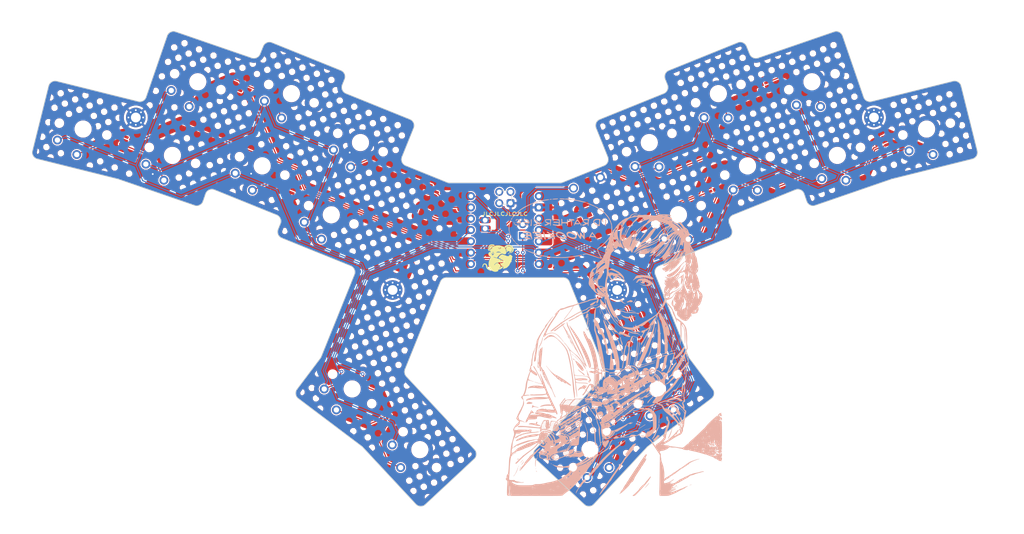
<source format=kicad_pcb>
(kicad_pcb (version 20221018) (generator pcbnew)
  (layers (0 "F.Cu" signal) (31 "B.Cu" signal) (34 "B.Paste" user) (35 "F.Paste" user) (36 "B.SilkS" user "B.Silkscreen") (37 "F.SilkS" user "F.Silkscreen") (38 "B.Mask" user) (39 "F.Mask" user) (44 "Edge.Cuts" user))
  (net 0 "")
  (net 1 "c1")
  (net 2 "Net-(D1-A1)")
  (net 3 "c2")
  (net 4 "Net-(D1-A2)")
  (net 5 "Net-(D2-A1)")
  (net 6 "c3")
  (net 7 "Net-(D2-A2)")
  (net 8 "Net-(D3-A1)")
  (net 9 "c4")
  (net 10 "Net-(D3-A2)")
  (net 11 "Net-(D4-A1)")
  (net 12 "Net-(D4-A2)")
  (net 13 "Net-(D5-A1)")
  (net 14 "Net-(D5-A2)")
  (net 15 "Net-(D6-A1)")
  (net 16 "Net-(D6-A2)")
  (net 17 "Net-(D7-A1)")
  (net 18 "Net-(D7-A2)")
  (net 19 "Net-(D8-A1)")
  (net 20 "Net-(D8-A2)")
  (net 21 "Net-(D9-A1)")
  (net 22 "Net-(D9-A2)")
  (net 23 "r1")
  (net 24 "r5")
  (net 25 "r2")
  (net 26 "r3")
  (net 27 "r4")
  (net 28 "bat+_direct")
  (net 29 "gnd")
  (net 30 "bat+")
  (net 31 "buzz_L")
  (net 32 "buzz_R")
  (net 38 "rst")
  (footprint "BeiBob:MountingHole_2.2mm_M2_Pad_Via_nosilk" (layer "F.Cu") (at 68.218875 59.091983)
    (fp_text reference "H1" hide)
    (fp_text value "MountingHole_Pad")
  )
  (footprint "Connector_JST:JST_GH_SM02B-GHS-TB_1x02-1MP_P1.25mm_Horizontal" (layer "F.Cu") (at 179.797062 106.425732 -158)
    (fp_text reference "J1" hide)
    (fp_text value "Conn_01x02_Pin")
  )
  (footprint "BeiBob:apfel_SOT-23_silkless" (layer "F.Cu") (at 197.860188 75.454558 -158)
    (fp_text reference "D6" hide)
    (fp_text value "BAV70_Small")
  )
  (footprint "apfellib:Xiao_nRF52840_ACH_nosilk_cutout" (layer "F.Cu") (at 151.114258 84.367631)
    (fp_text reference "U1" hide)
    (fp_text value "Seeeduino Xiao nRF52840")
    (fp_poly (pts (arc (start -2.032 -2.0955) (mid -2.143592 -2.364908) (end -2.413 -2.4765)) (arc (start -4.0132 -2.4765) (mid -4.095391 -1.872891) (end -4.699 -1.7907)) (arc (start -4.699 -0.7493) (mid -4.095391 -0.667109) (end -4.0132 -0.0635)) (arc (start -2.413 -0.0635) (mid -2.143592 -0.175092) (end -2.032 -0.4445))) (stroke (width 0.12)) (fill none) (layer "Edge.Cuts"))
    (fp_poly (pts (arc (start 0.8382 -8.8265) (mid 0.920393 -8.222893) (end 1.524 -8.1407)) (arc (start 1.524 -6.4643) (mid 0.920391 -6.382109) (end 0.8382 -5.7785)) (arc (start -0.8382 -5.7785) (mid -0.920391 -6.382109) (end -1.524 -6.4643)) (arc (start -1.524 -8.1407) (mid -0.920391 -8.222891) (end -0.8382 -8.8265))) (stroke (width 0.12)) (fill none) (layer "Edge.Cuts"))
  )
  (footprint "PCM_marbastlib-choc:SW_choc_v1_1u" (layer "F.Cu") (at 103.166553 53.736305 -22)
    (fp_text reference "CH2" hide)
    (fp_text value "choc_SW_solder")
  )
  (footprint "PCM_marbastlib-choc:SW_choc_v1_1u" (layer "F.Cu") (at 185.411015 120.054043 37)
    (fp_text reference "CH18" hide)
    (fp_text value "choc_SW_solder")
  )
  (footprint "PCM_marbastlib-choc:SW_choc_v1_1u" (layer "F.Cu") (at 205.617574 69.962025 22)
    (fp_text reference "CH12" hide)
    (fp_text value "choc_SW_solder")
  )
  (footprint "BeiBob:apfel_SOT-23_silkless" (layer "F.Cu") (at 124.418785 126.874281 48)
    (fp_text reference "D8" hide)
    (fp_text value "BAV70_Small")
  )
  (footprint "PCM_marbastlib-choc:SW_choc_v1_1u" (layer "F.Cu") (at 225.784516 67.608125 19)
    (fp_text reference "CH13" hide)
    (fp_text value "choc_SW_solder")
  )
  (footprint "PCM_marbastlib-choc:SW_choc_v1_1u" (layer "F.Cu") (at 112.124934 80.948677 -22)
    (fp_text reference "CH10" hide)
    (fp_text value "choc_SW_solder")
  )
  (footprint "BeiBob:apfel_SOT-23_silkless" (layer "F.Cu") (at 92.653046 52.408109 -22)
    (fp_text reference "D1" hide)
    (fp_text value "BAV70_Small")
  )
  (footprint "PCM_marbastlib-choc:SW_choc_v1_1u" (layer "F.Cu") (at 116.817499 120.054043 -37)
    (fp_text reference "CH15" hide)
    (fp_text value "choc_SW_solder")
  )
  (footprint "BeiBob:apfel_SOT-23_silkless" (layer "F.Cu") (at 134.707709 75.431428 -22)
    (fp_text reference "D2" hide)
    (fp_text value "BAV70_Small")
  )
  (footprint "BeiBob:MountingHole_2.2mm_M2_Pad_Via_nosilk" (layer "F.Cu") (at 125.900613 97.83914)
    (fp_text reference "H3" hide)
    (fp_text value "MountingHole_Pad")
  )
  (footprint "PCM_marbastlib-choc:SW_choc_v1_1u" (layer "F.Cu") (at 183.547965 64.72296 22)
    (fp_text reference "CH4" hide)
    (fp_text value "choc_SW_solder")
  )
  (footprint "PCM_marbastlib-choc:SW_choc_v1_1u" (layer "F.Cu") (at 199.061958 53.736305 22)
    (fp_text reference "CH5" hide)
    (fp_text value "choc_SW_solder")
  )
  (footprint "Buzzer_Beeper:Buzzer_Mallory_AST1109MLTRQ" (layer "F.Cu") (at 171.826259 86.697632 -68)
    (fp_text reference "BZ2" hide)
    (fp_text value "Buzzer")
  )
  (footprint "PCM_marbastlib-choc:SW_choc_v1_1u" (layer "F.Cu") (at 76.444001 67.608121 -19)
    (fp_text reference "CH8" hide)
    (fp_text value "choc_SW_solder")
  )
  (footprint "Buzzer_Beeper:Buzzer_Mallory_AST1109MLTRQ" (layer "F.Cu") (at 130.402087 86.698051 -112)
    (fp_text reference "BZ1" hide)
    (fp_text value "Buzzer")
  )
  (footprint "BeiBob:SW_ResetSW" (layer "F.Cu") (at 169.547238 73.746463 -158)
    (fp_text reference "SW_RST1" hide)
    (fp_text value "SW_Push")
  )
  (footprint "BeiBob:MountingHole_2.2mm_M2_Pad_Via_nosilk" (layer "F.Cu") (at 234.009637 59.091983)
    (fp_text reference "H2" hide)
    (fp_text value "MountingHole_Pad")
  )
  (footprint "PCM_marbastlib-various:SW_MSK12C02-HB" (layer "F.Cu") (at 168.181704 98.230207 112)
    (fp_text reference "SW_POWER1" hide)
    (fp_text value "SW_DPDT_x2")
  )
  (footprint "BeiBob:apfel_SOT-23_silkless" (layer "F.Cu") (at 209.575469 52.408113 -158)
    (fp_text reference "D3" hide)
    (fp_text value "BAV70_Small")
  )
  (footprint "PCM_marbastlib-choc:SW_choc_v1_1u" (layer "F.Cu") (at 96.610936 69.962024 -22)
    (fp_text reference "CH9" hide)
    (fp_text value "choc_SW_solder")
  )
  (footprint "PCM_marbastlib-choc:SW_choc_v1_1u" (layer "F.Cu") (at 132.016553 133.698592 -47)
    (fp_text reference "CH16" hide)
    (fp_text value "choc_SW_solder")
  )
  (footprint "BeiBob:apfel_SOT-23_silkless" (layer "F.Cu") (at 66.416274 64.63981 -22)
    (fp_text reference "D4" hide)
    (fp_text value "BAV70_Small")
  )
  (footprint "PCM_marbastlib-choc:SW_choc_v1_1u" (layer "F.Cu") (at 245.844742 61.687091 14)
    (fp_text reference "CH14" hide)
    (fp_text value "choc_SW_solder")
  )
  (footprint "LOGO" (layer "F.Cu") (at 149.864269 90.669174)
    (fp_text reference "G***" hide)
    (fp_text value "LOGO" hide)
  )
  (footprint "PCM_marbastlib-choc:SW_choc_v1_1u" (layer "F.Cu") (at 190.103579 80.948673 22)
    (fp_text reference "CH11" hide)
    (fp_text value "choc_SW_solder")
  )
  (footprint "PCM_marbastlib-choc:SW_choc_v1_1u" (layer "F.Cu") (at 56.383769 61.687087 -14)
    (fp_text reference "CH7" hide)
    (fp_text value "choc_SW_solder")
  )
  (footprint "BeiBob:apfel_SOT-23_silkless" (layer "F.Cu") (at 235.812236 64.639814 -158)
    (fp_text reference "D7" hide)
    (fp_text value "BAV70_Small")
  )
  (footprint "PCM_marbastlib-choc:SW_choc_v1_1u" (layer "F.Cu") (at 118.680547 64.722962 -22)
    (fp_text reference "CH3" hide)
    (fp_text value "choc_SW_solder")
  )
  (footprint "BeiBob:MountingHole_2.2mm_M2_Pad_Via_nosilk" (layer "F.Cu") (at 176.327861 97.839141)
    (fp_text reference "H4" hide)
    (fp_text value "MountingHole_Pad")
  )
  (footprint "PCM_marbastlib-choc:SW_choc_v1_1u" (layer "F.Cu") (at 220.08707 51.061544 19)
    (fp_text reference "CH6" hide)
    (fp_text value "choc_SW_solder")
  )
  (footprint "PCM_marbastlib-choc:SW_choc_v1_1u" (layer "F.Cu") (at 170.211958 133.698595 47)
    (fp_text reference "CH17" hide)
    (fp_text value "choc_SW_solder")
  )
  (footprint "BeiBob:apfel_SOT-23_silkless" (layer "F.Cu") (at 104.368321 75.454564 -22)
    (fp_text reference "D5" hide)
    (fp_text value "BAV70_Small")
  )
  (footprint "BeiBob:apfel_SOT-23_silkless" (layer "F.Cu") (at 177.809736 126.874283 132)
    (fp_text reference "D9" hide)
    (fp_text value "BAV70_Small")
  )
  (footprint "PCM_marbastlib-choc:SW_choc_v1_1u" (layer "F.Cu") (at 82.141448 51.061541 -19)
    (fp_text reference "CH1" hide)
    (fp_text value "choc_SW_solder")
  )
  (footprint "Connector_PinHeader_2.54mm:PinHeader_1x02_P2.54mm_Vertical" (layer "B.Cu") (at 155.114262 85.642523)
    (fp_text reference "J2" hide)
    (fp_text value "Conn_01x02_Pin")
  )
  (footprint "LOGO" (layer "B.Cu") (at 174.881806 109.049175 180)
    (fp_text reference "G***" hide)
    (fp_text value "LOGO" hide)
  )
  (gr_line (start 128.973373 117.238667) (end 144.293425 133.667407) (stroke (width 0.15)) (layer "Edge.Cuts"))
  (gr_arc (start 48.640772 52.026931) (mid 49.323671 51.104104) (end 50.459098 50.934379) (stroke (width 0.15)) (layer "Edge.Cuts"))
  (gr_arc (start 187.634737 51.747182) (mid 187.624774 52.895217) (end 186.805873 53.699868) (stroke (width 0.15)) (layer "Edge.Cuts"))
  (gr_line (start 218.912913 77.906354) (end 218.336559 76.232501) (stroke (width 0.15)) (layer "Edge.Cuts"))
  (gr_arc (start 164.106637 73.656299) (mid 163.830941 73.737963) (end 163.544728 73.765523) (stroke (width 0.15)) (layer "Edge.Cuts"))
  (gr_arc (start 174.227902 67.949241) (mid 174.217897 69.097263) (end 173.399035 69.901927) (stroke (width 0.15)) (layer "Edge.Cuts"))
  (gr_arc (start 203.432489 42.263685) (mid 204.580467 42.273767) (end 205.385171 43.092551) (stroke (width 0.15)) (layer "Edge.Cuts"))
  (gr_arc (start 183.040714 133.137949) (mid 183.134051 133.046232) (end 183.235022 132.962994) (stroke (width 0.15)) (layer "Edge.Cuts"))
  (gr_arc (start 220.819543 78.836282) (mid 219.673611 78.766246) (end 218.912917 77.906359) (stroke (width 0.15)) (layer "Edge.Cuts"))
  (gr_line (start 201.530804 82.937803) (end 202.045888 84.212679) (stroke (width 0.15)) (layer "Edge.Cuts"))
  (gr_arc (start 129.793993 59.506265) (mid 130.61282 60.310958) (end 130.622856 61.458959) (stroke (width 0.15)) (layer "Edge.Cuts"))
  (gr_line (start 157.935087 133.667407) (end 173.255141 117.238672) (stroke (width 0.15)) (layer "Edge.Cuts"))
  (gr_arc (start 133.249088 146.017418) (mid 132.173745 146.419485) (end 131.129059 145.943381) (stroke (width 0.15)) (layer "Edge.Cuts"))
  (gr_arc (start 216.356375 75.330082) (mid 217.540291 75.355966) (end 218.336559 76.232501) (stroke (width 0.15)) (layer "Edge.Cuts"))
  (gr_line (start 64.268808 72.934455) (end 81.408967 78.836283) (stroke (width 0.15)) (layer "Edge.Cuts"))
  (gr_arc (start 171.605652 61.458958) (mid 171.615686 60.310968) (end 172.434518 59.506267) (stroke (width 0.15)) (layer "Edge.Cuts"))
  (gr_arc (start 164.210735 95.044992) (mid 165.049486 95.30148) (end 165.601517 95.983087) (stroke (width 0.15)) (layer "Edge.Cuts"))
  (gr_arc (start 75.269849 40.763315) (mid 76.030539 39.903436) (end 77.176475 39.833382) (stroke (width 0.15)) (layer "Edge.Cuts"))
  (gr_line (start 128.000612 67.949241) (end 130.622856 61.458959) (stroke (width 0.15)) (layer "Edge.Cuts"))
  (gr_line (start 253.58774 52.026934) (end 257.216568 66.581376) (stroke (width 0.15)) (layer "Edge.Cuts"))
  (gr_arc (start 83.315596 77.906361) (mid 82.554856 78.76613) (end 81.408967 78.836283) (stroke (width 0.15)) (layer "Edge.Cuts"))
  (gr_line (start 50.459098 50.934379) (end 68.749285 55.494628) (stroke (width 0.15)) (layer "Edge.Cuts"))
  (gr_arc (start 144.293425 133.667407) (mid 144.69557 134.742745) (end 144.21939 135.787436) (stroke (width 0.15)) (layer "Edge.Cuts"))
  (gr_arc (start 101.011484 86.165366) (mid 100.192584 85.36071) (end 100.182626 84.212682) (stroke (width 0.15)) (layer "Edge.Cuts"))
  (gr_arc (start 171.099455 145.943381) (mid 170.054769 146.419416) (end 168.979428 146.017413) (stroke (width 0.15)) (layer "Edge.Cuts"))
  (gr_arc (start 207.976959 45.712806) (mid 206.866541 45.65953) (end 206.097827 44.856436) (stroke (width 0.15)) (layer "Edge.Cuts"))
  (gr_line (start 98.796026 42.263688) (end 114.279996 48.519619) (stroke (width 0.15)) (layer "Edge.Cuts"))
  (gr_arc (start 202.045888 84.212679) (mid 202.035925 85.36072) (end 201.217027 86.165367) (stroke (width 0.15)) (layer "Edge.Cuts"))
  (gr_arc (start 104.732559 122.216608) (mid 104.149708 121.227425) (end 104.437323 120.115929) (stroke (width 0.15)) (layer "Edge.Cuts"))
  (gr_arc (start 184.904189 94.373983) (mid 184.914274 93.226018) (end 185.733053 92.421298) (stroke (width 0.15)) (layer "Edge.Cuts"))
  (gr_arc (start 114.279997 48.519615) (mid 115.098797 49.324319) (end 115.108857 50.472304) (stroke (width 0.15)) (layer "Edge.Cuts"))
  (gr_arc (start 116.495459 92.421298) (mid 117.314234 93.226005) (end 117.324326 94.373979) (stroke (width 0.15)) (layer "Edge.Cuts"))
  (gr_line (start 163.544728 73.765523) (end 138.683789 73.765524) (stroke (width 0.15)) (layer "Edge.Cuts"))
  (gr_line (start 233.479232 55.49463) (end 251.769411 50.934381) (stroke (width 0.15)) (layer "Edge.Cuts"))
  (gr_line (start 101.01149 86.165367) (end 116.495459 92.421298) (stroke (width 0.15)) (layer "Edge.Cuts"))
  (gr_line (start 220.819543 78.836284) (end 237.959701 72.934449) (stroke (width 0.15)) (layer "Edge.Cuts"))
  (gr_line (start 119.187802 133.137949) (end 131.129059 145.943381) (stroke (width 0.15)) (layer "Edge.Cuts"))
  (gr_line (start 104.437323 120.115929) (end 109.680459 113.158054) (stroke (width 0.15)) (layer "Edge.Cuts"))
  (gr_arc (start 115.422643 53.699865) (mid 114.603817 52.895181) (end 114.593778 51.747182) (stroke (width 0.15)) (layer "Edge.Cuts"))
  (gr_arc (start 138.683789 73.765525) (mid 138.397577 73.737962) (end 138.12188 73.6563) (stroke (width 0.15)) (layer "Edge.Cuts"))
  (gr_line (start 115.422643 53.699865) (end 129.793993 59.506265) (stroke (width 0.15)) (layer "Edge.Cuts"))
  (gr_arc (start 158.009119 135.787439) (mid 157.533035 134.742747) (end 157.935087 133.667407) (stroke (width 0.15)) (layer "Edge.Cuts"))
  (gr_line (start 109.873295 112.817204) (end 117.324326 94.373979) (stroke (width 0.15)) (layer "Edge.Cuts"))
  (gr_arc (start 96.843341 43.09255) (mid 97.647975 42.273558) (end 98.796026 42.263688) (stroke (width 0.15)) (layer "Edge.Cuts"))
  (gr_arc (start 187.119648 50.472306) (mid 187.129718 49.324332) (end 187.948517 48.519617) (stroke (width 0.15)) (layer "Edge.Cuts"))
  (gr_arc (start 173.548881 115.653764) (mid 173.632982 116.489027) (end 173.255141 117.238672) (stroke (width 0.15)) (layer "Edge.Cuts"))
  (gr_line (start 183.235022 132.962994) (end 197.49596 122.216605) (stroke (width 0.15)) (layer "Edge.Cuts"))
  (gr_arc (start 128.973373 117.238667) (mid 128.5955 116.489025) (end 128.679629 115.653761) (stroke (width 0.15)) (layer "Edge.Cuts"))
  (gr_line (start 104.732557 122.216607) (end 118.993495 132.962993) (stroke (width 0.15)) (layer "Edge.Cuts"))
  (gr_line (start 171.099453 145.943382) (end 183.040714 133.137949) (stroke (width 0.15)) (layer "Edge.Cuts"))
  (gr_line (start 187.948517 48.519617) (end 203.432489 42.263685) (stroke (width 0.15)) (layer "Edge.Cuts"))
  (gr_line (start 85.87214 75.330081) (end 99.868839 80.985114) (stroke (width 0.15)) (layer "Edge.Cuts"))
  (gr_arc (start 225.052034 39.833388) (mid 226.197911 39.903521) (end 226.958669 40.763308) (stroke (width 0.15)) (layer "Edge.Cuts"))
  (gr_line (start 185.733053 92.421298) (end 201.217027 86.165367) (stroke (width 0.15)) (layer "Edge.Cuts"))
  (gr_arc (start 237.959701 72.934449) (mid 238.02203 72.914495) (end 238.085171 72.897285) (stroke (width 0.15)) (layer "Edge.Cuts"))
  (gr_arc (start 64.143339 72.897281) (mid 64.206481 72.914493) (end 64.268808 72.934455) (stroke (width 0.15)) (layer "Edge.Cuts"))
  (gr_line (start 128.679629 115.653761) (end 136.627003 95.98309) (stroke (width 0.15)) (layer "Edge.Cuts"))
  (gr_line (start 184.904189 94.373983) (end 192.355213 112.817206) (stroke (width 0.15)) (layer "Edge.Cuts"))
  (gr_arc (start 99.868839 80.985117) (mid 100.687717 81.789786) (end 100.697706 82.9378) (stroke (width 0.15)) (layer "Edge.Cuts"))
  (gr_line (start 226.958669 40.763308) (end 231.69807 54.527538) (stroke (width 0.15)) (layer "Edge.Cuts"))
  (gr_arc (start 233.479234 55.494638) (mid 232.400597 55.35744) (end 231.69807 54.527538) (stroke (width 0.15)) (layer "Edge.Cuts"))
  (gr_line (start 70.530439 54.527542) (end 75.269847 40.763311) (stroke (width 0.15)) (layer "Edge.Cuts"))
  (gr_line (start 238.085171 72.897285) (end 256.124006 68.399699) (stroke (width 0.15)) (layer "Edge.Cuts"))
  (gr_arc (start 118.993495 132.962993) (mid 119.094459 133.046239) (end 119.187802 133.137949) (stroke (width 0.15)) (layer "Edge.Cuts"))
  (gr_line (start 100.182626 84.212682) (end 100.697706 82.9378) (stroke (width 0.15)) (layer "Edge.Cuts"))
  (gr_arc (start 136.627003 95.98309) (mid 137.178955 95.301375) (end 138.017776 95.044989) (stroke (width 0.15)) (layer "Edge.Cuts"))
  (gr_line (start 46.104507 68.399701) (end 64.143339 72.897281) (stroke (width 0.15)) (layer "Edge.Cuts"))
  (gr_arc (start 96.130683 44.856436) (mid 95.361925 45.659445) (end 94.251549 45.712806) (stroke (width 0.15)) (layer "Edge.Cuts"))
  (gr_arc (start 109.873295 112.817204) (mid 109.788034 112.993941) (end 109.680459 113.158054) (stroke (width 0.15)) (layer "Edge.Cuts"))
  (gr_arc (start 251.769411 50.934381) (mid 252.904824 51.104114) (end 253.58774 52.026934) (stroke (width 0.15)) (layer "Edge.Cuts"))
  (gr_arc (start 83.891953 76.232508) (mid 84.688162 75.355884) (end 85.87214 75.330081) (stroke (width 0.15)) (layer "Edge.Cuts"))
  (gr_line (start 158.009119 135.787439) (end 168.979428 146.017413) (stroke (width 0.15)) (layer "Edge.Cuts"))
  (gr_arc (start 257.216566 66.581374) (mid 257.046883 67.716827) (end 256.124006 68.399699) (stroke (width 0.15)) (layer "Edge.Cuts"))
  (gr_arc (start 46.104505 68.399704) (mid 45.181586 67.716849) (end 45.011942 66.581376) (stroke (width 0.15)) (layer "Edge.Cuts"))
  (gr_arc (start 128.829477 69.901926) (mid 128.010551 69.097282) (end 128.000612 67.949241) (stroke (width 0.15)) (layer "Edge.Cuts"))
  (gr_line (start 133.249082 146.017418) (end 144.21939 135.787436) (stroke (width 0.15)) (layer "Edge.Cuts"))
  (gr_line (start 207.976959 45.712806) (end 225.052036 39.833387) (stroke (width 0.15)) (layer "Edge.Cuts"))
  (gr_line (start 164.106637 73.656299) (end 173.399035 69.901927) (stroke (width 0.15)) (layer "Edge.Cuts"))
  (gr_arc (start 192.548051 113.15806) (mid 192.440465 112.99395) (end 192.355213 112.817206) (stroke (width 0.15)) (layer "Edge.Cuts"))
  (gr_line (start 83.891949 76.232503) (end 83.315597 77.906351) (stroke (width 0.15)) (layer "Edge.Cuts"))
  (gr_arc (start 201.530804 82.937803) (mid 201.540877 81.789827) (end 202.359672 80.985117) (stroke (width 0.15)) (layer "Edge.Cuts"))
  (gr_arc (start 70.530439 54.527542) (mid 69.827869 55.357379) (end 68.749279 55.49463) (stroke (width 0.15)) (layer "Edge.Cuts"))
  (gr_line (start 171.605652 61.458958) (end 174.227902 67.949241) (stroke (width 0.15)) (layer "Edge.Cuts"))
  (gr_line (start 187.634737 51.747182) (end 187.119655 50.472306) (stroke (width 0.15)) (layer "Edge.Cuts"))
  (gr_line (start 128.829479 69.901921) (end 138.12188 73.6563) (stroke (width 0.15)) (layer "Edge.Cuts"))
  (gr_arc (start 197.791183 120.115928) (mid 198.078625 121.227418) (end 197.49596 122.216605) (stroke (width 0.15)) (layer "Edge.Cuts"))
  (gr_line (start 138.017776 95.044989) (end 164.210735 95.044992) (stroke (width 0.15)) (layer "Edge.Cuts"))
  (gr_line (start 96.130681 44.856435) (end 96.843341 43.09255) (stroke (width 0.15)) (layer "Edge.Cuts"))
  (gr_line (start 192.548051 113.15806) (end 197.791183 120.115928) (stroke (width 0.15)) (layer "Edge.Cuts"))
  (gr_line (start 115.108857 50.472304) (end 114.593778 51.747182) (stroke (width 0.15)) (layer "Edge.Cuts"))
  (gr_line (start 172.434518 59.506267) (end 186.805873 53.699868) (stroke (width 0.15)) (layer "Edge.Cuts"))
  (gr_line (start 77.176475 39.833382) (end 94.251549 45.712806) (stroke (width 0.15)) (layer "Edge.Cuts"))
  (gr_line (start 202.359672 80.985117) (end 216.356378 75.330081) (stroke (width 0.15)) (layer "Edge.Cuts"))
  (gr_line (start 165.601517 95.983087) (end 173.548881 115.653764) (stroke (width 0.15)) (layer "Edge.Cuts"))
  (gr_line (start 45.011942 66.581376) (end 48.640776 52.026936) (stroke (width 0.15)) (layer "Edge.Cuts"))
  (gr_line (start 205.385171 43.092551) (end 206.097827 44.856436) (stroke (width 0.15)) (layer "Edge.Cuts"))
  (gr_text "JLCJLCJLCJLC" (at 151.114258 81.220049) (layer "F.SilkS") (effects (font (size 0.8 1)) (justify bottom)))
  (segment (start 113.313522 118.901403) (end 110.537426 120.079788) (width 0.25) (layer "F.Cu") (net 1))
  (segment (start 114.422059 116.157675) (end 113.313522 118.901403) (width 0.25) (layer "F.Cu") (net 1))
  (via (at 114.422059 116.157675) (size 0.8) (drill 0.4) (layers "F.Cu" "B.Cu") (net 1))
  (segment (start 68.301274 69.830037) (end 74.865381 53.583291) (width 0.25) (layer "B.Cu") (net 1))
  (segment (start 118.692134 92.321618) (end 119.272335 93.688499) (width 0.25) (layer "B.Cu") (net 1))
  (segment (start 142.006744 87.717977) (end 134.966745 87.717975) (width 0.25) (layer "B.Cu") (net 1))
  (segment (start 90.551508 71.612288) (end 78.406205 76.767668) (width 0.25) (layer "B.Cu") (net 1))
  (segment (start 119.272335 93.688499) (end 110.27332 115.961851) (width 0.25) (layer "B.Cu") (net 1))
  (segment (start 78.406205 76.767668) (end 69.763995 73.275991) (width 0.25) (layer "B.Cu") (net 1))
  (segment (start 112.457336 112.958741) (end 113.68958 115.861733) (width 0.25) (layer "B.Cu") (net 1))
  (segment (start 113.68958 115.861733) (end 114.422059 116.157675) (width 0.25) (layer "B.Cu") (net 1))
  (segment (start 74.865381 53.583291) (end 76.176693 53.026674) (width 0.25) (layer "B.Cu") (net 1))
  (segment (start 111.261039 118.28877) (end 110.537426 120.079788) (width 0.25) (layer "B.Cu") (net 1))
  (segment (start 90.551508 71.612288) (end 99.878692 75.380717) (width 0.25) (layer "B.Cu") (net 1))
  (segment (start 142.011087 87.722319) (end 142.006744 87.717977) (width 0.25) (layer "B.Cu") (net 1))
  (segment (start 134.966745 87.717975) (end 120.106804 94.025646) (width 0.25) (layer "B.Cu") (net 1))
  (segment (start 69.763995 73.275991) (end 68.301274 69.830037) (width 0.25) (layer "B.Cu") (net 1))
  (segment (start 104.663843 86.653819) (end 118.692134 92.321618) (width 0.25) (layer "B.Cu") (net 1))
  (segment (start 120.106804 94.025646) (end 112.457336 112.958741) (width 0.25) (layer "B.Cu") (net 1))
  (segment (start 142.679573 87.722316) (end 142.011087 87.722319) (width 0.25) (layer "B.Cu") (net 1))
  (segment (start 52.400672 63.405777) (end 68.301274 69.830037) (width 0.25) (layer "B.Cu") (net 1))
  (segment (start 110.27332 115.961851) (end 111.261039 118.28877) (width 0.25) (layer "B.Cu") (net 1))
  (segment (start 50.612992 64.1646) (end 52.400672 63.405777) (width 0.25) (layer "B.Cu") (net 1))
  (segment (start 143.494259 86.90763) (end 142.679573 87.722316) (width 0.25) (layer "B.Cu") (net 1))
  (segment (start 99.878692 75.380717) (end 104.663843 86.653819) (width 0.25) (layer "B.Cu") (net 1))
  (segment (start 90.098286 50.351315) (end 81.242705 54.110287) (width 0.25) (layer "F.Cu") (net 2))
  (segment (start 92.139688 51.176094) (end 90.098286 50.351315) (width 0.25) (layer "F.Cu") (net 2))
  (segment (start 81.242705 54.110287) (end 80.220593 56.640105) (width 0.25) (layer "F.Cu") (net 2))
  (segment (start 143.494258 84.367634) (end 140.593915 87.267977) (width 0.25) (layer "B.Cu") (net 3))
  (segment (start 107.009302 82.198324) (end 106.065507 82.598941) (width 0.25) (layer "B.Cu") (net 3))
  (segment (start 140.171089 87.267976) (end 140.164665 87.261552) (width 0.25) (layer "B.Cu") (net 3))
  (segment (start 73.884138 70.948915) (end 70.47925 69.573252) (width 0.25) (layer "B.Cu") (net 3))
  (segment (start 134.890321 87.261551) (end 119.759394 93.684249) (width 0.25) (layer "B.Cu") (net 3))
  (segment (start 125.827418 132.633418) (end 126.979583 129.781716) (width 0.25) (layer "B.Cu") (net 3))
  (segment (start 126.979583 129.781716) (end 125.991649 127.454297) (width 0.25) (layer "B.Cu") (net 3))
  (segment (start 125.991649 127.454297) (end 113.497743 122.406426) (width 0.25) (layer "B.Cu") (net 3))
  (segment (start 140.164665 87.261552) (end 134.890321 87.261551) (width 0.25) (layer "B.Cu") (net 3))
  (segment (start 97.107127 55.386575) (end 94.325141 62.272224) (width 0.25) (layer "B.Cu") (net 3))
  (segment (start 108.184475 87.590908) (end 106.065507 82.598941) (width 0.25) (layer "B.Cu") (net 3))
  (segment (start 113.021742 67.317024) (end 107.009302 82.198324) (width 0.25) (layer "B.Cu") (net 3))
  (segment (start 94.325141 62.272224) (end 73.884138 70.948915) (width 0.25) (layer "B.Cu") (net 3))
  (segment (start 112.621125 66.373224) (end 113.021742 67.317024) (width 0.25) (layer "B.Cu") (net 3))
  (segment (start 113.497743 122.406426) (end 110.760378 115.957596) (width 0.25) (layer "B.Cu") (net 3))
  (segment (start 99.524653 61.081911) (end 97.107127 55.386575) (width 0.25) (layer "B.Cu") (net 3))
  (segment (start 110.760378 115.957596) (end 119.759394 93.684249) (width 0.25) (layer "B.Cu") (net 3))
  (segment (start 112.621125 66.373224) (end 99.524653 61.081911) (width 0.25) (layer "B.Cu") (net 3))
  (segment (start 119.033529 91.974214) (end 108.184475 87.590908) (width 0.25) (layer "B.Cu") (net 3))
  (segment (start 140.593915 87.267977) (end 140.171089 87.267976) (width 0.25) (layer "B.Cu") (net 3))
  (segment (start 119.759394 93.684249) (end 119.033529 91.974214) (width 0.25) (layer "B.Cu") (net 3))
  (segment (start 91.427934 52.93774) (end 91.609341 52.488751) (width 0.25) (layer "F.Cu") (net 4))
  (segment (start 91.609341 52.488751) (end 93.029264 51.886028) (width 0.25) (layer "F.Cu") (net 4))
  (segment (start 93.029264 51.886028) (end 98.846609 54.236388) (width 0.25) (layer "F.Cu") (net 4))
  (segment (start 98.846609 54.236388) (end 100.956372 59.206689) (width 0.25) (layer "F.Cu") (net 4))
  (segment (start 120.278316 68.576966) (end 116.470366 70.193347) (width 0.25) (layer "F.Cu") (net 5))
  (segment (start 134.194348 74.199407) (end 120.278316 68.576966) (width 0.25) (layer "F.Cu") (net 5))
  (segment (start 182.175495 125.28673) (end 191.469219 121.531819) (width 0.25) (layer "B.Cu") (net 6))
  (segment (start 197.926531 64.273348) (end 195.849548 59.132636) (width 0.25) (layer "B.Cu") (net 6))
  (segment (start 180.335548 70.119293) (end 193.43202 64.827976) (width 0.25) (layer "B.Cu") (net 6))
  (segment (start 186.891166 86.345005) (end 187.291778 85.401206) (width 0.25) (layer "B.Cu") (net 6))
  (segment (start 193.43202 64.827976) (end 195.849548 59.132636) (width 0.25) (layer "B.Cu") (net 6))
  (segment (start 181.279345 70.51991) (end 180.335548 70.119293) (width 0.25) (layer "B.Cu") (net 6))
  (segment (start 222.294079 72.828932) (end 220.136175 73.700782) (width 0.25) (layer "B.Cu") (net 6))
  (segment (start 191.469219 121.531819) (end 192.859563 118.256373) (width 0.25) (layer "B.Cu") (net 6))
  (segment (start 159.690019 83.981475) (end 183.011159 93.880714) (width 0.25) (layer "B.Cu") (net 6))
  (segment (start 180.607312 128.981143) (end 182.175495 125.28673) (width 0.25) (layer "B.Cu") (net 6))
  (segment (start 183.011159 93.880714) (end 192.859563 118.256373) (width 0.25) (layer "B.Cu") (net 6))
  (segment (start 186.068846 86.677244) (end 186.891165 86.345005) (width 0.25) (layer "B.Cu") (net 6))
  (segment (start 169.58111 139.946955) (end 170.508293 139.572351) (width 0.25) (layer "B.Cu") (net 6))
  (segment (start 158.734257 84.36763) (end 159.690019 83.981475) (width 0.25) (layer "B.Cu") (net 6))
  (segment (start 173.844113 131.71365) (end 180.607312 128.981143) (width 0.25) (layer "B.Cu") (net 6))
  (segment (start 170.508293 139.572351) (end 173.844113 131.71365) (width 0.25) (layer "B.Cu") (net 6))
  (segment (start 220.136175 73.700782) (end 197.926531 64.273348) (width 0.25) (layer "B.Cu") (net 6))
  (segment (start 183.011159 93.880714) (end 186.068846 86.677244) (width 0.25) (layer "B.Cu") (net 6))
  (segment (start 187.291778 85.401206) (end 181.279345 70.51991) (width 0.25) (layer "B.Cu") (net 6))
  (segment (start 163.925031 74.042881) (end 163.927433 74.040479) (width 0.25) (layer "F.Cu") (net 7))
  (segment (start 133.482594 75.961055) (end 133.664001 75.512064) (width 0.25) (layer "F.Cu") (net 7))
  (segment (start 185.758142 70.193346) (end 179.446176 72.743541) (width 0.25) (layer "F.Cu") (net 7))
  (segment (start 173.443717 70.195652) (end 163.927433 74.040479) (width 0.25) (layer "F.Cu") (net 7))
  (segment (start 179.446176 72.743541) (end 173.443717 70.195652) (width 0.25) (layer "F.Cu") (net 7))
  (segment (start 133.664001 75.512064) (end 137.123316 74.043676) (width 0.25) (layer "F.Cu") (net 7))
  (segment (start 137.124105 74.042882) (end 163.925031 74.042881) (width 0.25) (layer "F.Cu") (net 7))
  (segment (start 137.123316 74.043676) (end 137.124105 74.042882) (width 0.25) (layer "F.Cu") (net 7))
  (segment (start 201.288544 56.780857) (end 200.777994 57.983635) (width 0.25) (layer "F.Cu") (net 8))
  (segment (start 210.800578 52.937744) (end 201.288544 56.780857) (width 0.25) (layer "F.Cu") (net 8))
  (segment (start 200.777994 57.983635) (end 201.27214 59.206691) (width 0.25) (layer "F.Cu") (net 8))
  (segment (start 190.315416 121.054028) (end 190.23213 121.250239) (width 0.25) (layer "F.Cu") (net 9))
  (segment (start 184.837244 123.429914) (end 183.704735 126.097932) (width 0.25) (layer "F.Cu") (net 9))
  (segment (start 190.23213 121.250239) (end 184.837244 123.429914) (width 0.25) (layer "F.Cu") (net 9))
  (via (at 190.315416 121.054028) (size 0.8) (drill 0.4) (layers "F.Cu" "B.Cu") (net 9))
  (segment (start 190.8368 121.275342) (end 191.141476 121.152245) (width 0.25) (layer "B.Cu") (net 9))
  (segment (start 241.912568 66.583825) (end 240.597741 66.025712) (width 0.25) (layer "B.Cu") (net 9))
  (segment (start 159.236762 87.120929) (end 158.734259 86.907629) (width 0.25) (layer "B.Cu") (net 9))
  (segment (start 225.667458 73.085952) (end 226.194148 71.845141) (width 0.25) (layer "B.Cu") (net 9))
  (segment (start 226.194148 71.845141) (end 240.597741 66.025712) (width 0.25) (layer "B.Cu") (net 9))
  (segment (start 184.18824 124.958865) (end 191.810615 121.87923) (width 0.25) (layer "B.Cu") (net 9))
  (segment (start 182.663747 94.222106) (end 162.668247 85.73452) (width 0.25) (layer "B.Cu") (net 9))
  (segment (start 191.810615 121.87923) (end 193.346619 118.260624) (width 0.25) (layer "B.Cu") (net 9))
  (segment (start 183.704735 126.097932) (end 184.18824 124.958865) (width 0.25) (layer "B.Cu") (net 9))
  (segment (start 191.141476 121.152245) (end 192.372504 118.252122) (width 0.25) (layer "B.Cu") (net 9))
  (segment (start 162.668247 85.73452) (end 159.236762 87.120929) (width 0.25) (layer "B.Cu") (net 9))
  (segment (start 212.900112 71.118122) (end 221.501396 74.769149) (width 0.25) (layer "B.Cu") (net 9))
  (segment (start 184.398913 91.763041) (end 197.727645 86.377887) (width 0.25) (layer "B.Cu") (net 9))
  (segment (start 226.194148 71.845141) (end 222.822515 70.413969) (width 0.25) (layer "B.Cu") (net 9))
  (segment (start 183.498212 93.884967) (end 184.398913 91.763041) (width 0.25) (layer "B.Cu") (net 9))
  (segment (start 217.219848 56.546891) (end 216.596637 56.282349) (width 0.25) (layer "B.Cu") (net 9))
  (segment (start 193.346619 118.260624) (end 183.498212 93.884967) (width 0.25) (layer "B.Cu") (net 9))
  (segment (start 197.727645 86.377887) (end 202.40516 75.35836) (width 0.25) (layer "B.Cu") (net 9))
  (segment (start 221.501396 74.769149) (end 225.667458 73.085952) (width 0.25) (layer "B.Cu") (net 9))
  (segment (start 202.405165 75.358358) (end 212.900112 71.118122) (width 0.25) (layer "B.Cu") (net 9))
  (segment (start 222.822515 70.413969) (end 217.219848 56.546891) (width 0.25) (layer "B.Cu") (net 9))
  (segment (start 192.372504 118.252122) (end 182.663747 94.222106) (width 0.25) (layer "B.Cu") (net 9))
  (segment (start 190.315416 121.054028) (end 190.8368 121.275342) (width 0.25) (layer "B.Cu") (net 9))
  (segment (start 220.784386 53.61173) (end 222.007921 56.640103) (width 0.25) (layer "F.Cu") (net 10))
  (segment (start 210.088826 51.176097) (end 212.628784 50.149886) (width 0.25) (layer "F.Cu") (net 10))
  (segment (start 212.628784 50.149886) (end 220.784386 53.61173) (width 0.25) (layer "F.Cu") (net 10))
  (segment (start 65.902919 63.407796) (end 65.127461 63.094487) (width 0.25) (layer "F.Cu") (net 11))
  (segment (start 65.127461 63.094487) (end 54.95643 67.411829) (width 0.25) (layer "F.Cu") (net 11))
  (segment (start 65.191163 65.169441) (end 72.347306 68.060713) (width 0.25) (layer "F.Cu") (net 12))
  (segment (start 72.347306 68.060713) (end 74.523147 73.18668) (width 0.25) (layer "F.Cu") (net 12))
  (segment (start 100.471498 72.855535) (end 94.400756 75.432411) (width 0.25) (layer "F.Cu") (net 13))
  (segment (start 103.854964 74.222545) (end 100.471498 72.855535) (width 0.25) (layer "F.Cu") (net 13))
  (segment (start 105.488529 84.630753) (end 102.497099 77.583375) (width 0.25) (layer "F.Cu") (net 14))
  (segment (start 102.497099 77.583375) (end 103.143209 75.984193) (width 0.25) (layer "F.Cu") (net 14))
  (segment (start 109.914755 86.41906) (end 105.488529 84.630753) (width 0.25) (layer "F.Cu") (net 14))
  (segment (start 195.140795 85.276861) (end 199.085298 75.984189) (width 0.25) (layer "F.Cu") (net 15))
  (segment (start 192.313758 86.419061) (end 195.140795 85.276861) (width 0.25) (layer "F.Cu") (net 15))
  (segment (start 198.373547 74.22254) (end 201.757014 72.855535) (width 0.25) (layer "F.Cu") (net 16))
  (segment (start 201.757014 72.855535) (end 207.827756 75.432412) (width 0.25) (layer "F.Cu") (net 16))
  (segment (start 234.256544 66.292963) (end 232.080701 71.41893) (width 0.25) (layer "F.Cu") (net 17))
  (segment (start 237.037348 65.169448) (end 234.256544 66.292963) (width 0.25) (layer "F.Cu") (net 17))
  (segment (start 232.080701 71.41893) (end 227.705368 73.186682) (width 0.25) (layer "F.Cu") (net 17))
  (segment (start 236.491365 63.017259) (end 236.710519 62.928721) (width 0.25) (layer "F.Cu") (net 18))
  (segment (start 236.710519 62.928721) (end 247.272082 67.411837) (width 0.25) (layer "F.Cu") (net 18))
  (segment (start 236.325596 63.407797) (end 236.491365 63.017259) (width 0.25) (layer "F.Cu") (net 18))
  (segment (start 120.915665 127.856339) (end 113.26679 124.765994) (width 0.25) (layer "F.Cu") (net 19))
  (segment (start 123.085485 126.935306) (end 120.915665 127.856339) (width 0.25) (layer "F.Cu") (net 19))
  (segment (start 124.497458 128.206657) (end 122.973337 131.978989) (width 0.25) (layer "F.Cu") (net 20))
  (segment (start 122.973337 131.978989) (end 124.937176 136.605497) (width 0.25) (layer "F.Cu") (net 20))
  (segment (start 124.937176 136.605497) (end 127.701566 137.722386) (width 0.25) (layer "F.Cu") (net 20))
  (segment (start 177.73106 128.206657) (end 178.138287 129.214588) (width 0.25) (layer "F.Cu") (net 21))
  (segment (start 178.138287 129.214588) (end 174.526943 137.722379) (width 0.25) (layer "F.Cu") (net 21))
  (segment (start 182.967341 128.558634) (end 188.259435 126.420489) (width 0.25) (layer "F.Cu") (net 22))
  (segment (start 188.259435 126.420489) (end 188.961724 124.765992) (width 0.25) (layer "F.Cu") (net 22))
  (segment (start 179.143033 126.935311) (end 182.967341 128.558634) (width 0.25) (layer "F.Cu") (net 22))
  (segment (start 104.449574 70.356874) (end 106.383597 74.913141) (width 0.25) (layer "F.Cu") (net 23))
  (segment (start 145.105781 89.447627) (end 143.494257 89.447626) (width 0.25) (layer "F.Cu") (net 23))
  (segment (start 163.961204 74.492882) (end 157.130519 74.492882) (width 0.25) (layer "F.Cu") (net 23))
  (segment (start 208.429945 53.410201) (end 200.947146 56.433448) (width 0.25) (layer "F.Cu") (net 23))
  (segment (start 164.876543 74.142353) (end 164.875811 74.144081) (width 0.25) (layer "F.Cu") (net 23))
  (segment (start 164.875811 74.144081) (end 163.986221 74.503503) (width 0.25) (layer "F.Cu") (net 23))
  (segment (start 100.276292 68.67076) (end 104.449574 70.356874) (width 0.25) (layer "F.Cu") (net 23))
  (segment (start 157.130519 74.492882) (end 155.183721 76.439685) (width 0.25) (layer "F.Cu") (net 23))
  (segment (start 155.183722 79.369687) (end 145.105781 89.447627) (width 0.25) (layer "F.Cu") (net 23))
  (segment (start 173.439469 70.682709) (end 164.876543 74.142353) (width 0.25) (layer "F.Cu") (net 23))
  (segment (start 208.706235 52.759308) (end 208.429945 53.410201) (width 0.25) (layer "F.Cu") (net 23))
  (segment (start 179.441926 73.230599) (end 173.439469 70.682709) (width 0.25) (layer "F.Cu") (net 23))
  (segment (start 183.868084 71.442315) (end 179.441926 73.230599) (width 0.25) (layer "F.Cu") (net 23))
  (segment (start 163.986221 74.503503) (end 163.961204 74.492882) (width 0.25) (layer "F.Cu") (net 23))
  (segment (start 200.947146 56.433448) (end 195.947453 68.211989) (width 0.25) (layer "F.Cu") (net 23))
  (segment (start 142.273969 89.413796) (end 142.828219 89.178529) (width 0.25) (layer "F.Cu") (net 23))
  (segment (start 142.828219 89.178529) (end 143.494258 89.447631) (width 0.25) (layer "F.Cu") (net 23))
  (segment (start 106.383597 74.913141) (end 142.273969 89.413796) (width 0.25) (layer "F.Cu") (net 23))
  (segment (start 195.947453 68.211989) (end 185.859693 72.287708) (width 0.25) (layer "F.Cu") (net 23))
  (segment (start 93.522281 52.759307) (end 100.276292 68.67076) (width 0.25) (layer "F.Cu") (net 23))
  (segment (start 185.859693 72.287708) (end 183.868084 71.442315) (width 0.25) (layer "F.Cu") (net 23))
  (segment (start 155.183721 76.439685) (end 155.183722 79.369687) (width 0.25) (layer "F.Cu") (net 23))
  (segment (start 135.576944 75.78262) (end 139.081954 79.287632) (width 0.25) (layer "F.Cu") (net 24))
  (segment (start 139.081954 79.287632) (end 143.494257 79.287631) (width 0.25) (layer "F.Cu") (net 24))
  (segment (start 200.61199 70.091479) (end 196.746475 71.653245) (width 0.25) (layer "F.Cu") (net 25))
  (segment (start 161.857699 90.765567) (end 161.850777 90.762629) (width 0.25) (layer "F.Cu") (net 25))
  (segment (start 78.346507 60.295891) (end 104.10818 70.704284) (width 0.25) (layer "F.Cu") (net 25))
  (segment (start 234.943 64.991009) (end 234.66671 65.641902) (width 0.25) (layer "F.Cu") (net 25))
  (segment (start 67.285514 64.991011) (end 78.346507 60.295891) (width 0.25) (layer "F.Cu") (net 25))
  (segment (start 184.265653 80.461769) (end 183.625023 81.971002) (width 0.25) (layer "F.Cu") (net 25))
  (segment (start 144.719259 90.76263) (end 143.494259 91.987627) (width 0.25) (layer "F.Cu") (net 25))
  (segment (start 196.746475 71.653245) (end 194.817028 76.198739) (width 0.25) (layer "F.Cu") (net 25))
  (segment (start 231.739305 71.071524) (end 229.138328 72.122387) (width 0.25) (layer "F.Cu") (net 25))
  (segment (start 233.915149 65.945557) (end 231.739305 71.071524) (width 0.25) (layer "F.Cu") (net 25))
  (segment (start 104.10818 70.704284) (end 106.042201 75.26055) (width 0.25) (layer "F.Cu") (net 25))
  (segment (start 139.46555 90.885158) (end 142.194259 91.987631) (width 0.25) (layer "F.Cu") (net 25))
  (segment (start 194.817028 76.198739) (end 184.265653 80.461769) (width 0.25) (layer "F.Cu") (net 25))
  (segment (start 224.062409 69.967792) (end 211.898512 74.882326) (width 0.25) (layer "F.Cu") (net 25))
  (segment (start 161.850777 90.762629) (end 144.719259 90.76263) (width 0.25) (layer "F.Cu") (net 25))
  (segment (start 229.138328 72.122387) (end 224.062409 69.967792) (width 0.25) (layer "F.Cu") (net 25))
  (segment (start 142.828214 91.718534) (end 143.494259 91.987627) (width 0.25) (layer "F.Cu") (net 25))
  (segment (start 183.625023 81.971002) (end 161.857699 90.765567) (width 0.25) (layer "F.Cu") (net 25))
  (segment (start 106.042201 75.26055) (end 138.37903 88.325481) (width 0.25) (layer "F.Cu") (net 25))
  (segment (start 234.66671 65.641902) (end 233.915149 65.945557) (width 0.25) (layer "F.Cu") (net 25))
  (segment (start 142.194259 91.987631) (end 142.828214 91.718534) (width 0.25) (layer "F.Cu") (net 25))
  (segment (start 138.37903 88.325481) (end 139.46555 90.885158) (width 0.25) (layer "F.Cu") (net 25))
  (segment (start 211.898512 74.882326) (end 200.61199 70.091479) (width 0.25) (layer "F.Cu") (net 25))
  (segment (start 157.959255 91.212631) (end 146.550777 91.212631) (width 0.25) (layer "F.Cu") (net 26))
  (segment (start 105.702203 75.608524) (end 105.237559 75.805755) (width 0.25) (layer "F.Cu") (net 26))
  (segment (start 138.037636 88.672888) (end 105.702203 75.608524) (width 0.25) (layer "F.Cu") (net 26))
  (segment (start 140.103836 93.540549) (end 138.037636 88.672888) (width 0.25) (layer "F.Cu") (net 26))
  (segment (start 158.734257 91.987629) (end 157.959255 91.212631) (width 0.25) (layer "F.Cu") (net 26))
  (segment (start 144.222856 93.540549) (end 140.103836 93.540549) (width 0.25) (layer "F.Cu") (net 26))
  (segment (start 183.966416 82.318409) (end 160.034254 91.987632) (width 0.25) (layer "F.Cu") (net 26))
  (segment (start 146.550777 91.212631) (end 144.222856 93.540549) (width 0.25) (layer "F.Cu") (net 26))
  (segment (start 196.990953 75.805755) (end 184.607053 80.809178) (width 0.25) (layer "F.Cu") (net 26))
  (segment (start 184.607053 80.809178) (end 183.966416 82.318409) (width 0.25) (layer "F.Cu") (net 26))
  (segment (start 125.046095 126.177584) (end 122.744499 120.75536) (width 0.25) (layer "F.Cu") (net 27))
  (segment (start 177.182424 126.177585) (end 177.332943 126.550134) (width 0.25) (layer "F.Cu") (net 27))
  (segment (start 120.496985 119.847313) (end 119.165273 116.709994) (width 0.25) (layer "F.Cu") (net 27))
  (segment (start 177.332943 126.550134) (end 177.649185 126.684374) (width 0.25) (layer "F.Cu") (net 27))
  (segment (start 122.744499 120.75536) (end 120.496985 119.847313) (width 0.25) (layer "F.Cu") (net 27))
  (via (at 119.165273 116.709994) (size 0.8) (drill 0.4) (layers "F.Cu" "B.Cu") (net 27))
  (via (at 177.649185 126.684374) (size 0.8) (drill 0.4) (layers "F.Cu" "B.Cu") (net 27))
  (segment (start 158.734258 89.447631) (end 157.458948 88.172316) (width 0.25) (layer "B.Cu") (net 27))
  (segment (start 119.165273 116.709994) (end 113.580774 114.453707) (width 0.25) (layer "B.Cu") (net 27))
  (segment (start 188.766095 122.138614) (end 189.415497 120.608718) (width 0.25) (layer "B.Cu") (net 27))
  (segment (start 112.944394 112.954493) (end 113.580774 114.453707) (width 0.25) (layer "B.Cu") (net 27))
  (segment (start 182.31634 94.563505) (end 164.641463 87.060965) (width 0.25) (layer "B.Cu") (net 27))
  (segment (start 177.676975 126.618905) (end 188.766095 122.138614) (width 0.25) (layer "B.Cu") (net 27))
  (segment (start 189.415497 120.608718) (end 191.187167 119.892917) (width 0.25) (layer "B.Cu") (net 27))
  (segment (start 120.454211 94.367043) (end 135.057209 88.168439) (width 0.25) (layer "B.Cu") (net 27))
  (segment (start 177.649185 126.684374) (end 177.676975 126.618905) (width 0.25) (layer "B.Cu") (net 27))
  (segment (start 157.458948 88.172316) (end 135.061089 88.172318) (width 0.25) (layer "B.Cu") (net 27))
  (segment (start 112.944394 112.954493) (end 120.454211 94.367043) (width 0.25) (layer "B.Cu") (net 27))
  (segment (start 135.061089 88.172318) (end 135.057209 88.168439) (width 0.25) (layer "B.Cu") (net 27))
  (segment (start 191.885446 118.247875) (end 182.31634 94.563505) (width 0.25) (layer "B.Cu") (net 27))
  (segment (start 191.187167 119.892917) (end 191.885446 118.247875) (width 0.25) (layer "B.Cu") (net 27))
  (segment (start 164.641463 87.060965) (end 158.734257 89.447631) (width 0.25) (layer "B.Cu") (net 27))
  (segment (start 155.114262 85.642523) (end 155.114259 89.375489) (width 0.25) (layer "F.Cu") (net 28))
  (segment (start 181.069577 107.906894) (end 178.550165 101.671138) (width 0.25) (layer "F.Cu") (net 28))
  (segment (start 155.114259 89.375489) (end 155.161089 89.422319) (width 0.25) (layer "F.Cu") (net 28))
  (segment (start 155.161088 93.482316) (end 155.651089 93.972318) (width 0.25) (layer "F.Cu") (net 28))
  (segment (start 178.550165 101.671138) (end 170.317031 98.176382) (width 0.25) (layer "F.Cu") (net 28))
  (segment (start 155.651089 93.972318) (end 166.112964 93.972317) (width 0.25) (layer "F.Cu") (net 28))
  (segment (start 166.112964 93.972317) (end 170.317031 98.176382) (width 0.25) (layer "F.Cu") (net 28))
  (via (at 155.161088 93.482316) (size 0.8) (drill 0.4) (layers "F.Cu" "B.Cu") (net 28))
  (via (at 155.161089 89.422319) (size 0.8) (drill 0.4) (layers "F.Cu" "B.Cu") (net 28))
  (segment (start 155.161088 93.482316) (end 155.161089 89.422319) (width 0.25) (layer "B.Cu") (net 28))
  (via (at 94.121911 71.710509) (size 0.8) (drill 0.4) (layers "F.Cu" "B.Cu") (net 29))
  (via (at 190.06191 84.27051) (size 0.8) (drill 0.4) (layers "F.Cu" "B.Cu") (net 29))
  (via (at 72.02109 71.79232) (size 0.8) (drill 0.4) (layers "F.Cu" "B.Cu") (net 29))
  (via (at 116.261086 66.962316) (size 0.8) (drill 0.4) (layers "F.Cu" "B.Cu") (net 29))
  (segment (start 168.100495 93.434456) (end 169.19321 94.527172) (width 0.25) (layer "F.Cu") (net 30))
  (segment (start 151.856807 86.849174) (end 151.856807 87.838038) (width 0.25) (layer "F.Cu") (net 30))
  (segment (start 169.19321 94.527172) (end 169.193207 95.394829) (width 0.25) (layer "F.Cu") (net 30))
  (segment (start 157.047823 93.434456) (end 168.100495 93.434456) (width 0.25) (layer "F.Cu") (net 30))
  (segment (start 151.856807 87.838038) (end 153.441085 89.422317) (width 0.25) (layer "F.Cu") (net 30))
  (segment (start 156.233714 92.620348) (end 157.047823 93.434456) (width 0.25) (layer "F.Cu") (net 30))
  (segment (start 153.971088 93.492318) (end 154.843056 92.620348) (width 0.25) (layer "F.Cu") (net 30))
  (segment (start 153.441085 89.422317) (end 153.971086 89.422321) (width 0.25) (layer "F.Cu") (net 30))
  (segment (start 154.843056 92.620348) (end 156.233714 92.620348) (width 0.25) (layer "F.Cu") (net 30))
  (via (at 153.971086 89.422321) (size 0.8) (drill 0.4) (layers "F.Cu" "B.Cu") (net 30))
  (via (at 153.971088 93.492318) (size 0.8) (drill 0.4) (layers "F.Cu" "B.Cu") (net 30))
  (via (at 151.856807 86.849174) (size 0.8) (drill 0.4) (layers "F.Cu" "B.Cu") (net 30))
  (segment (start 151.706806 86.849174) (end 149.606807 84.749175) (width 0.25) (layer "B.Cu") (net 30))
  (segment (start 151.856807 86.849174) (end 151.706806 86.849174) (width 0.25) (layer "B.Cu") (net 30))
  (segment (start 153.971088 93.492318) (end 153.971086 89.422321) (width 0.25) (layer "B.Cu") (net 30))
  (segment (start 147.368296 84.749175) (end 146.669253 84.050131) (width 0.25) (layer "B.Cu") (net 30))
  (segment (start 149.606807 84.749175) (end 147.368296 84.749175) (width 0.25) (layer "B.Cu") (net 30))
  (segment (start 132.874491 80.578636) (end 135.96722 81.828181) (width 0.25) (layer "F.Cu") (net 31))
  (segment (start 143.494253 81.827632) (end 141.621955 81.82763) (width 0.25) (layer "F.Cu") (net 31))
  (segment (start 135.96722 81.828181) (end 135.968512 81.827631) (width 0.25) (layer "F.Cu") (net 31))
  (segment (start 135.968512 81.827631) (end 143.494258 81.827633) (width 0.25) (layer "F.Cu") (net 31))
  (segment (start 151.881806 85.824174) (end 153.332631 84.373349) (width 0.25) (layer "F.Cu") (net 32))
  (segment (start 163.125332 83.094705) (end 169.353854 80.578219) (width 0.25) (layer "F.Cu") (net 32))
  (segment (start 158.163614 83.09835) (end 163.123785 83.09835) (width 0.25) (layer "F.Cu") (net 32))
  (segment (start 163.123785 83.09835) (end 163.125332 83.094705) (width 0.25) (layer "F.Cu") (net 32))
  (segment (start 156.888613 84.37335) (end 158.163614 83.09835) (width 0.25) (layer "F.Cu") (net 32))
  (segment (start 153.332631 84.373349) (end 156.888613 84.37335) (width 0.25) (layer "F.Cu") (net 32))
  (via (at 151.881806 85.824174) (size 0.8) (drill 0.4) (layers "F.Cu" "B.Cu") (net 32))
  (segment (start 151.881806 85.824174) (end 151.318202 85.824174) (width 0.25) (layer "B.Cu") (net 32))
  (segment (start 151.318202 85.824174) (end 149.556806 84.062779) (width 0.25) (layer "B.Cu") (net 32))
  (segment (start 149.556806 81.910179) (end 144.394259 76.74763) (width 0.25) (layer "B.Cu") (net 32))
  (segment (start 149.556806 84.062779) (end 149.556806 81.910179) (width 0.25) (layer "B.Cu") (net 32))
  (segment (start 144.394259 76.74763) (end 143.494258 76.74763) (width 0.25) (layer "B.Cu") (net 32))
  (segment (start 149.844255 78.33513) (end 152.309637 80.800513) (width 0.25) (layer "B.Cu") (net 38))
  (segment (start 156.31191 76.92613) (end 158.27411 74.963931) (width 0.25) (layer "B.Cu") (net 38))
  (segment (start 155.441913 80.800511) (end 156.311912 79.930512) (width 0.25) (layer "B.Cu") (net 38))
  (segment (start 158.27411 74.963931) (end 166.533891 74.963933) (width 0.25) (layer "B.Cu") (net 38))
  (segment (start 152.309637 80.800513) (end 155.441913 80.800511) (width 0.25) (layer "B.Cu") (net 38))
  (segment (start 156.311912 79.930512) (end 156.31191 76.92613) (width 0.25) (layer "B.Cu") (net 38))
  (zone (net 29) (net_name "gnd") (layers "F&B.Cu") (connect_pads (clearance 0.254)) (min_thickness 0.25) (fill yes (mode hatch) (thermal_gap 0.5) (thermal_bridge_width 0.5) (hatch_thickness 1) (hatch_gap 1.5) (hatch_orientation 22) (hatch_smoothing_level 2) (hatch_smoothing_value 1) (hatch_border_algorithm hatch_thickness) (hatch_min_hole_area 0.3))
    (polygon (pts (xy 37.716963 32.702054) (xy 262.716963 32.702058) (xy 267.716967 37.702056) (xy 267.716963 152.70206) (xy 37.716963 152.702059)))
  )
)
</source>
